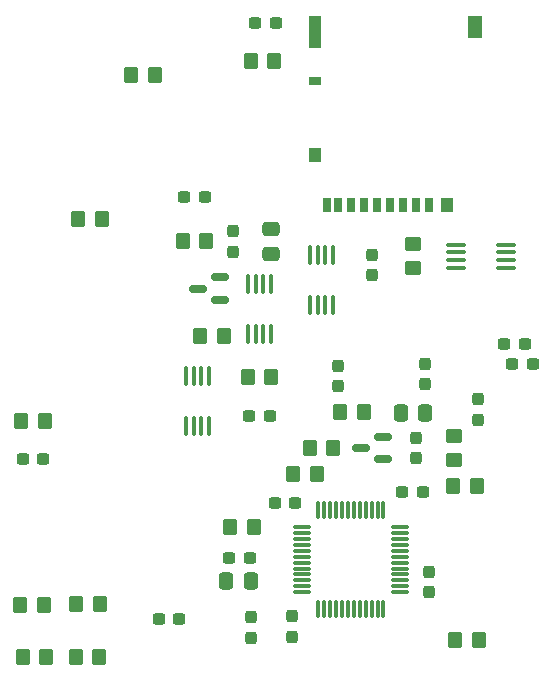
<source format=gbr>
%TF.GenerationSoftware,KiCad,Pcbnew,7.0.5*%
%TF.CreationDate,2023-07-15T17:05:49+09:00*%
%TF.ProjectId,sdmux4,73646d75-7834-42e6-9b69-6361645f7063,rev?*%
%TF.SameCoordinates,Original*%
%TF.FileFunction,Paste,Bot*%
%TF.FilePolarity,Positive*%
%FSLAX46Y46*%
G04 Gerber Fmt 4.6, Leading zero omitted, Abs format (unit mm)*
G04 Created by KiCad (PCBNEW 7.0.5) date 2023-07-15 17:05:49*
%MOMM*%
%LPD*%
G01*
G04 APERTURE LIST*
G04 Aperture macros list*
%AMRoundRect*
0 Rectangle with rounded corners*
0 $1 Rounding radius*
0 $2 $3 $4 $5 $6 $7 $8 $9 X,Y pos of 4 corners*
0 Add a 4 corners polygon primitive as box body*
4,1,4,$2,$3,$4,$5,$6,$7,$8,$9,$2,$3,0*
0 Add four circle primitives for the rounded corners*
1,1,$1+$1,$2,$3*
1,1,$1+$1,$4,$5*
1,1,$1+$1,$6,$7*
1,1,$1+$1,$8,$9*
0 Add four rect primitives between the rounded corners*
20,1,$1+$1,$2,$3,$4,$5,0*
20,1,$1+$1,$4,$5,$6,$7,0*
20,1,$1+$1,$6,$7,$8,$9,0*
20,1,$1+$1,$8,$9,$2,$3,0*%
G04 Aperture macros list end*
%ADD10R,0.700000X1.200000*%
%ADD11R,1.000000X0.800000*%
%ADD12R,1.000000X2.800000*%
%ADD13R,1.000000X1.200000*%
%ADD14R,1.300000X1.900000*%
%ADD15RoundRect,0.100000X0.100000X-0.712500X0.100000X0.712500X-0.100000X0.712500X-0.100000X-0.712500X0*%
%ADD16RoundRect,0.250000X0.337500X0.475000X-0.337500X0.475000X-0.337500X-0.475000X0.337500X-0.475000X0*%
%ADD17RoundRect,0.250000X0.350000X0.450000X-0.350000X0.450000X-0.350000X-0.450000X0.350000X-0.450000X0*%
%ADD18RoundRect,0.150000X0.587500X0.150000X-0.587500X0.150000X-0.587500X-0.150000X0.587500X-0.150000X0*%
%ADD19RoundRect,0.250000X-0.350000X-0.450000X0.350000X-0.450000X0.350000X0.450000X-0.350000X0.450000X0*%
%ADD20RoundRect,0.250000X0.475000X-0.337500X0.475000X0.337500X-0.475000X0.337500X-0.475000X-0.337500X0*%
%ADD21RoundRect,0.250000X0.450000X-0.350000X0.450000X0.350000X-0.450000X0.350000X-0.450000X-0.350000X0*%
%ADD22RoundRect,0.237500X0.237500X-0.300000X0.237500X0.300000X-0.237500X0.300000X-0.237500X-0.300000X0*%
%ADD23RoundRect,0.237500X-0.237500X0.300000X-0.237500X-0.300000X0.237500X-0.300000X0.237500X0.300000X0*%
%ADD24RoundRect,0.237500X-0.300000X-0.237500X0.300000X-0.237500X0.300000X0.237500X-0.300000X0.237500X0*%
%ADD25RoundRect,0.250000X-0.450000X0.350000X-0.450000X-0.350000X0.450000X-0.350000X0.450000X0.350000X0*%
%ADD26RoundRect,0.237500X0.300000X0.237500X-0.300000X0.237500X-0.300000X-0.237500X0.300000X-0.237500X0*%
%ADD27RoundRect,0.075000X-0.075000X0.662500X-0.075000X-0.662500X0.075000X-0.662500X0.075000X0.662500X0*%
%ADD28RoundRect,0.075000X-0.662500X0.075000X-0.662500X-0.075000X0.662500X-0.075000X0.662500X0.075000X0*%
%ADD29RoundRect,0.100000X-0.712500X-0.100000X0.712500X-0.100000X0.712500X0.100000X-0.712500X0.100000X0*%
%ADD30RoundRect,0.237500X-0.237500X0.287500X-0.237500X-0.287500X0.237500X-0.287500X0.237500X0.287500X0*%
G04 APERTURE END LIST*
D10*
%TO.C,J103*%
X197593000Y-85703000D03*
X196493000Y-85703000D03*
X195393000Y-85703000D03*
X194293000Y-85703000D03*
X193193000Y-85703000D03*
X192093000Y-85703000D03*
X190993000Y-85703000D03*
X189893000Y-85703000D03*
X188943000Y-85703000D03*
D11*
X187993000Y-75203000D03*
D12*
X187993000Y-71053000D03*
D13*
X187993000Y-81403000D03*
X199143000Y-85703000D03*
D14*
X201493000Y-70603000D03*
%TD*%
D15*
%TO.C,Q607*%
X178975000Y-104362500D03*
X178325000Y-104362500D03*
X177675000Y-104362500D03*
X177025000Y-104362500D03*
X177025000Y-100137500D03*
X177675000Y-100137500D03*
X178325000Y-100137500D03*
X178975000Y-100137500D03*
%TD*%
D16*
%TO.C,C401*%
X197287500Y-103250000D03*
X195212500Y-103250000D03*
%TD*%
D17*
%TO.C,R301*%
X169900000Y-86830000D03*
X167900000Y-86830000D03*
%TD*%
D18*
%TO.C,Q606*%
X179937500Y-91800000D03*
X179937500Y-93700000D03*
X178062500Y-92750000D03*
%TD*%
D19*
%TO.C,R503*%
X180760000Y-112950000D03*
X182760000Y-112950000D03*
%TD*%
D20*
%TO.C,C609*%
X184250000Y-89787500D03*
X184250000Y-87712500D03*
%TD*%
D17*
%TO.C,R403*%
X201640000Y-109500000D03*
X199640000Y-109500000D03*
%TD*%
D21*
%TO.C,R603*%
X196250000Y-91000000D03*
X196250000Y-89000000D03*
%TD*%
D22*
%TO.C,C506*%
X197610000Y-118462500D03*
X197610000Y-116737500D03*
%TD*%
D23*
%TO.C,C603*%
X196500000Y-105387500D03*
X196500000Y-107112500D03*
%TD*%
D19*
%TO.C,R402*%
X190090000Y-103210000D03*
X192090000Y-103210000D03*
%TD*%
D24*
%TO.C,C508*%
X184557500Y-110920000D03*
X186282500Y-110920000D03*
%TD*%
D18*
%TO.C,Q602*%
X193687500Y-105300000D03*
X193687500Y-107200000D03*
X191812500Y-106250000D03*
%TD*%
D25*
%TO.C,R602*%
X199750000Y-105250000D03*
X199750000Y-107250000D03*
%TD*%
D24*
%TO.C,C507*%
X195337500Y-109980000D03*
X197062500Y-109980000D03*
%TD*%
D22*
%TO.C,C405*%
X197250000Y-100862500D03*
X197250000Y-99137500D03*
%TD*%
D26*
%TO.C,C606*%
X178612500Y-85000000D03*
X176887500Y-85000000D03*
%TD*%
D22*
%TO.C,C605*%
X192750000Y-91612500D03*
X192750000Y-89887500D03*
%TD*%
D17*
%TO.C,R604*%
X189500000Y-106250000D03*
X187500000Y-106250000D03*
%TD*%
D26*
%TO.C,C608*%
X184112500Y-103500000D03*
X182387500Y-103500000D03*
%TD*%
D19*
%TO.C,R605*%
X199800000Y-122500000D03*
X201800000Y-122500000D03*
%TD*%
D26*
%TO.C,C509*%
X182422500Y-115520000D03*
X180697500Y-115520000D03*
%TD*%
D19*
%TO.C,R508*%
X167700000Y-123900000D03*
X169700000Y-123900000D03*
%TD*%
D23*
%TO.C,C501*%
X182520000Y-120567500D03*
X182520000Y-122292500D03*
%TD*%
D26*
%TO.C,C602*%
X206372500Y-99160000D03*
X204647500Y-99160000D03*
%TD*%
D27*
%TO.C,U502*%
X188250000Y-111537500D03*
X188750000Y-111537500D03*
X189250000Y-111537500D03*
X189750000Y-111537500D03*
X190250000Y-111537500D03*
X190750000Y-111537500D03*
X191250000Y-111537500D03*
X191750000Y-111537500D03*
X192250000Y-111537500D03*
X192750000Y-111537500D03*
X193250000Y-111537500D03*
X193750000Y-111537500D03*
D28*
X195162500Y-112950000D03*
X195162500Y-113450000D03*
X195162500Y-113950000D03*
X195162500Y-114450000D03*
X195162500Y-114950000D03*
X195162500Y-115450000D03*
X195162500Y-115950000D03*
X195162500Y-116450000D03*
X195162500Y-116950000D03*
X195162500Y-117450000D03*
X195162500Y-117950000D03*
X195162500Y-118450000D03*
D27*
X193750000Y-119862500D03*
X193250000Y-119862500D03*
X192750000Y-119862500D03*
X192250000Y-119862500D03*
X191750000Y-119862500D03*
X191250000Y-119862500D03*
X190750000Y-119862500D03*
X190250000Y-119862500D03*
X189750000Y-119862500D03*
X189250000Y-119862500D03*
X188750000Y-119862500D03*
X188250000Y-119862500D03*
D28*
X186837500Y-118450000D03*
X186837500Y-117950000D03*
X186837500Y-117450000D03*
X186837500Y-116950000D03*
X186837500Y-116450000D03*
X186837500Y-115950000D03*
X186837500Y-115450000D03*
X186837500Y-114950000D03*
X186837500Y-114450000D03*
X186837500Y-113950000D03*
X186837500Y-113450000D03*
X186837500Y-112950000D03*
%TD*%
D17*
%TO.C,R102*%
X184500000Y-73500000D03*
X182500000Y-73500000D03*
%TD*%
D15*
%TO.C,Q605*%
X184225000Y-96612500D03*
X183575000Y-96612500D03*
X182925000Y-96612500D03*
X182275000Y-96612500D03*
X182275000Y-92387500D03*
X182925000Y-92387500D03*
X183575000Y-92387500D03*
X184225000Y-92387500D03*
%TD*%
D17*
%TO.C,R501*%
X188130000Y-108480000D03*
X186130000Y-108480000D03*
%TD*%
D19*
%TO.C,R202*%
X163000000Y-119500000D03*
X165000000Y-119500000D03*
%TD*%
D24*
%TO.C,C101*%
X163237500Y-107200000D03*
X164962500Y-107200000D03*
%TD*%
D26*
%TO.C,C604*%
X176442500Y-120700000D03*
X174717500Y-120700000D03*
%TD*%
D23*
%TO.C,C407*%
X201750000Y-102137500D03*
X201750000Y-103862500D03*
%TD*%
D17*
%TO.C,R204*%
X174380000Y-74700000D03*
X172380000Y-74700000D03*
%TD*%
%TO.C,R201*%
X169720000Y-119420000D03*
X167720000Y-119420000D03*
%TD*%
D19*
%TO.C,R101*%
X163100000Y-104000000D03*
X165100000Y-104000000D03*
%TD*%
D17*
%TO.C,R608*%
X184250000Y-100250000D03*
X182250000Y-100250000D03*
%TD*%
D29*
%TO.C,Q601*%
X199887500Y-90975000D03*
X199887500Y-90325000D03*
X199887500Y-89675000D03*
X199887500Y-89025000D03*
X204112500Y-89025000D03*
X204112500Y-89675000D03*
X204112500Y-90325000D03*
X204112500Y-90975000D03*
%TD*%
D26*
%TO.C,C105*%
X184612500Y-70250000D03*
X182887500Y-70250000D03*
%TD*%
D17*
%TO.C,R607*%
X178750000Y-88750000D03*
X176750000Y-88750000D03*
%TD*%
D30*
%TO.C,FB401*%
X189940000Y-99285000D03*
X189940000Y-101035000D03*
%TD*%
D19*
%TO.C,R509*%
X163200000Y-123900000D03*
X165200000Y-123900000D03*
%TD*%
D23*
%TO.C,C503*%
X186020000Y-120487500D03*
X186020000Y-122212500D03*
%TD*%
D16*
%TO.C,C512*%
X182527500Y-117470000D03*
X180452500Y-117470000D03*
%TD*%
D22*
%TO.C,C607*%
X181000000Y-89612500D03*
X181000000Y-87887500D03*
%TD*%
D26*
%TO.C,C601*%
X205713500Y-97409000D03*
X203988500Y-97409000D03*
%TD*%
D19*
%TO.C,R609*%
X178250000Y-96750000D03*
X180250000Y-96750000D03*
%TD*%
D15*
%TO.C,Q604*%
X189475000Y-94112500D03*
X188825000Y-94112500D03*
X188175000Y-94112500D03*
X187525000Y-94112500D03*
X187525000Y-89887500D03*
X188175000Y-89887500D03*
X188825000Y-89887500D03*
X189475000Y-89887500D03*
%TD*%
M02*

</source>
